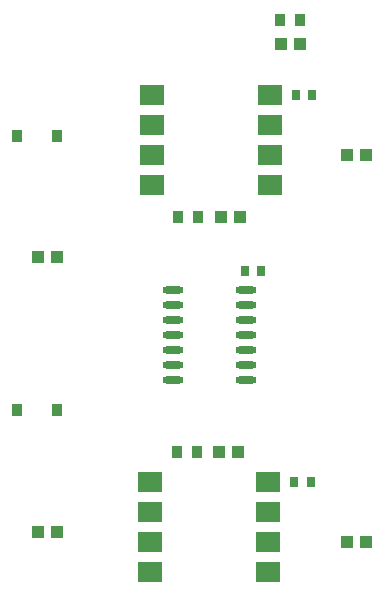
<source format=gtp>
G04 Layer: TopPasteMaskLayer*
G04 Panelize: V-CUT, Column: 2, Row: 2, Board Size: 58.42mm x 58.42mm, Panelized Board Size: 118.84mm x 118.84mm*
G04 EasyEDA v6.5.32, 2023-07-30 20:55:49*
G04 df3d2865ddba4bfc9c966cc034514575,5a6b42c53f6a479593ecc07194224c93,10*
G04 Gerber Generator version 0.2*
G04 Scale: 100 percent, Rotated: No, Reflected: No *
G04 Dimensions in millimeters *
G04 leading zeros omitted , absolute positions ,4 integer and 5 decimal *
%FSLAX45Y45*%
%MOMM*%

%AMMACRO1*21,1,$1,$2,0,0,$3*%
%ADD10R,2.0000X1.8000*%
%ADD11R,0.8000X0.9000*%
%ADD12R,1.0000X1.1000*%
%ADD13MACRO1,0.99X0.88X-90.0000*%
%ADD14O,1.7999964X0.5999988*%
%ADD15R,0.8999X1.0000*%

%LPD*%
D10*
G01*
X3056000Y4940300D03*
G01*
X3056000Y4686300D03*
G01*
X3056000Y4432300D03*
G01*
X3056000Y4178300D03*
G01*
X4055999Y4686300D03*
G01*
X4055999Y4940300D03*
G01*
X4055999Y4178300D03*
G01*
X4055999Y4432300D03*
D11*
G01*
X4413402Y4940300D03*
G01*
X4273397Y4940300D03*
D12*
G01*
X2251684Y3568700D03*
G01*
X2091690Y3568700D03*
D13*
G01*
X1913544Y4597389D03*
G01*
X2252045Y4597389D03*
D12*
G01*
X4707890Y4432300D03*
G01*
X4867909Y4432300D03*
D14*
G01*
X3853306Y2527300D03*
G01*
X3853306Y2654300D03*
G01*
X3853306Y2781300D03*
G01*
X3853306Y2908300D03*
G01*
X3853306Y3035300D03*
G01*
X3853306Y3162300D03*
G01*
X3853306Y3289300D03*
G01*
X3233293Y2527300D03*
G01*
X3233293Y2654300D03*
G01*
X3233293Y2781300D03*
G01*
X3233293Y2908300D03*
G01*
X3233293Y3035300D03*
G01*
X3233293Y3162300D03*
G01*
X3233293Y3289300D03*
D12*
G01*
X4707890Y1155700D03*
G01*
X4867909Y1155700D03*
G01*
X2251684Y1244600D03*
G01*
X2091690Y1244600D03*
D10*
G01*
X3043300Y1663700D03*
G01*
X3043300Y1409700D03*
G01*
X3043300Y1155700D03*
G01*
X3043300Y901700D03*
G01*
X4043299Y1409700D03*
G01*
X4043299Y1663700D03*
G01*
X4043299Y901700D03*
G01*
X4043299Y1155700D03*
D11*
G01*
X4400702Y1663700D03*
G01*
X4260697Y1663700D03*
D13*
G01*
X1913544Y2273294D03*
G01*
X2252045Y2273294D03*
D12*
G01*
X4149090Y5372100D03*
G01*
X4309084Y5372100D03*
D15*
G01*
X4144086Y5575300D03*
G01*
X4314088Y5575300D03*
D11*
G01*
X3841597Y3454400D03*
G01*
X3981602Y3454400D03*
D12*
G01*
X3641090Y3911600D03*
G01*
X3801109Y3911600D03*
G01*
X3628390Y1917700D03*
G01*
X3788409Y1917700D03*
D15*
G01*
X3280486Y3911574D03*
G01*
X3450488Y3911574D03*
G01*
X3267786Y1917674D03*
G01*
X3437788Y1917674D03*
M02*

</source>
